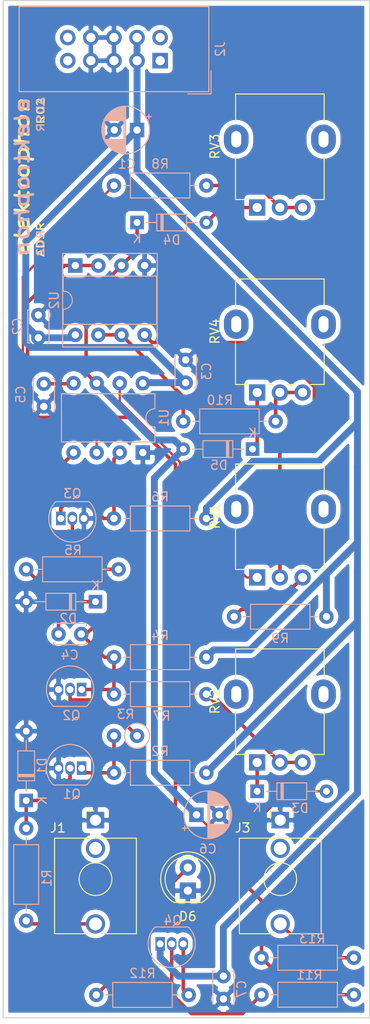
<source format=kicad_pcb>
(kicad_pcb (version 20171130) (host pcbnew 5.1.9)
  (title_block (title ADSR) (date 2019-09-22) (rev 01) (comment 1 "Original design by René Schmitz") (comment 2 "PCB for main circuit") (comment 4 "License CC BY 4.0 - Attribution 4.0 International"))
  (layers (0 F.Cu signal) (31 B.Cu signal) (34 B.Paste user) (35 F.Paste user) (36 B.SilkS user) (37 F.SilkS user) (38 B.Mask user) (39 F.Mask user) (44 Edge.Cuts user))
  (net 0 "")
  (net 1 GND)
  (net 2 +15V)
  (net 3 "Net-(C4-Pad2)")
  (net 4 "Net-(C4-Pad1)")
  (net 5 "Net-(C5-Pad2)")
  (net 6 "Net-(C6-Pad1)")
  (net 7 "Net-(D1-Pad1)")
  (net 8 "Net-(D3-Pad1)")
  (net 9 "Net-(D4-Pad2)")
  (net 10 "Net-(D5-Pad1)")
  (net 11 "Net-(D6-Pad2)")
  (net 12 "Net-(J1-PadTN)")
  (net 13 "Net-(J1-PadT)")
  (net 14 "Net-(J2-Pad10)")
  (net 15 "Net-(J2-Pad9)")
  (net 16 "Net-(J2-Pad2)")
  (net 17 "Net-(J2-Pad1)")
  (net 18 "Net-(J3-PadTN)")
  (net 19 "Net-(J3-PadT)")
  (net 20 "Net-(Q1-Pad1)")
  (net 21 "Net-(Q2-Pad2)")
  (net 22 "Net-(Q3-Pad1)")
  (net 23 "Net-(Q3-Pad2)")
  (net 24 "Net-(Q4-Pad3)")
  (net 25 "Net-(Q4-Pad2)")
  (net 26 "Net-(R7-Pad1)")
  (net 27 "Net-(R8-Pad2)")
  (net 28 "Net-(R8-Pad1)")
  (net 29 "Net-(R9-Pad1)")
  (net 30 "Net-(R10-Pad2)")
  (net 31 "Net-(R10-Pad1)")
  (net 32 "Net-(R11-Pad2)")
  (net 33 "Net-(RV1-Pad2)")
  (net 34 "Net-(RV1-Pad1)")
  (module Package_DIP:DIP-8_W7.62mm (layer B.Cu) (at 66.167 100.457 90)
    (fp_text reference U1 (at 3.81 2.33 270) (layer B.SilkS) (effects (justify mirror)))
    (fp_text value ICM7555xP)
    (pad 8 thru_hole oval (at 7.62 0 90) (size 1.6 1.6) (drill 0.8) (layers *.Cu *.Mask) (net 2 +15V))
    (pad 4 thru_hole oval (at 0 -7.62 90) (size 1.6 1.6) (drill 0.8) (layers *.Cu *.Mask) (net 3 "Net-(C4-Pad2)"))
    (pad 7 thru_hole oval (at 7.62 -2.54 90) (size 1.6 1.6) (drill 0.8) (layers *.Cu *.Mask) (net 34 "Net-(RV1-Pad1)"))
    (pad 3 thru_hole oval (at 0 -5.08 90) (size 1.6 1.6) (drill 0.8) (layers *.Cu *.Mask) (net 27 "Net-(R8-Pad2)"))
    (pad 6 thru_hole oval (at 7.62 -5.08 90) (size 1.6 1.6) (drill 0.8) (layers *.Cu *.Mask) (net 6 "Net-(C6-Pad1)"))
    (pad 2 thru_hole oval (at 0 -2.54 90) (size 1.6 1.6) (drill 0.8) (layers *.Cu *.Mask) (net 22 "Net-(Q3-Pad1)"))
    (pad 5 thru_hole oval (at 7.62 -7.62 90) (size 1.6 1.6) (drill 0.8) (layers *.Cu *.Mask) (net 5 "Net-(C5-Pad2)"))
    (pad 1 thru_hole rect (at 0 0 90) (size 1.6 1.6) (drill 0.8) (layers *.Cu *.Mask) (net 1 GND))
  )
  (module "elektrophon:elektrophon logo" (layer F.Cu) (at 53.9115 70.1675 90)
    (fp_text reference REF** hide)
    (fp_text value "elektrophon logo" hide)
    (fp_text user ADSR (at 8.84 1.02 90) (layer B.SilkS) (effects (font (size 0.8 1)) (justify left mirror)))
    (fp_text user R02 (at -8.83 1 90) (layer B.SilkS) (effects (font (size 0.8 1)) (justify right mirror)))
    (fp_text user elektrophon (at 0 -1.016 90) (layer B.SilkS) (effects (font (size 1.5 2) (thickness 0.3) italic) (justify mirror)))
    (fp_text user R02 (at 8.8 1.02 90) (layer F.SilkS) (effects (font (size 0.8 1)) (justify right)))
    (fp_text user ADSR (at -8.88 1 90) (layer F.SilkS) (effects (font (size 0.8 1)) (justify left)))
    (fp_text user elektrophon (at 0 -1.016 90) (layer F.SilkS) (effects (font (size 1.5 2) (thickness 0.3) italic)))
  )
  (module Package_TO_SOT_THT:TO-92_Inline (layer B.Cu) (at 57.15 107.696)
    (fp_text reference Q3 (at 1.27 -2.7305) (layer B.SilkS) (effects (justify mirror)))
    (fp_text value BC547)
    (pad 1 thru_hole rect (at 0 0) (size 1.05 1.5) (drill 0.75) (layers *.Cu *.Mask) (net 22 "Net-(Q3-Pad1)"))
    (pad 3 thru_hole oval (at 2.54 0) (size 1.05 1.5) (drill 0.75) (layers *.Cu *.Mask) (net 1 GND))
    (pad 2 thru_hole oval (at 1.27 0) (size 1.05 1.5) (drill 0.75) (layers *.Cu *.Mask) (net 23 "Net-(Q3-Pad2)"))
  )
  (module Capacitor_THT:C_Disc_D3.4mm_W2.1mm_P2.50mm (layer B.Cu) (at 75.03 157.98 270)
    (fp_text reference C7 (at 1.41 -2.01 90) (layer B.SilkS) (effects (justify mirror)))
    (fp_text value 100n)
    (pad 2 thru_hole circle (at 2.5 0 270) (size 1.6 1.6) (drill 0.8) (layers *.Cu *.Mask) (net 1 GND))
    (pad 1 thru_hole circle (at 0 0 270) (size 1.6 1.6) (drill 0.8) (layers *.Cu *.Mask) (net 2 +15V))
  )
  (module Capacitor_THT:C_Disc_D3.4mm_W2.1mm_P2.50mm (layer B.Cu) (at 55.28 95.4 90)
    (fp_text reference C5 (at 1.32 -2.54 270) (layer B.SilkS) (effects (justify mirror)))
    (fp_text value 10n)
    (pad 2 thru_hole circle (at 2.5 0 90) (size 1.6 1.6) (drill 0.8) (layers *.Cu *.Mask) (net 5 "Net-(C5-Pad2)"))
    (pad 1 thru_hole circle (at 0 0 90) (size 1.6 1.6) (drill 0.8) (layers *.Cu *.Mask) (net 1 GND))
  )
  (module Capacitor_THT:C_Disc_D3.4mm_W2.1mm_P2.50mm (layer B.Cu) (at 56.896 120.396)
    (fp_text reference C4 (at 1.25 2.3) (layer B.SilkS) (effects (justify mirror)))
    (fp_text value 10n)
    (pad 2 thru_hole circle (at 2.5 0) (size 1.6 1.6) (drill 0.8) (layers *.Cu *.Mask) (net 3 "Net-(C4-Pad2)"))
    (pad 1 thru_hole circle (at 0 0) (size 1.6 1.6) (drill 0.8) (layers *.Cu *.Mask) (net 4 "Net-(C4-Pad1)"))
  )
  (module Capacitor_THT:C_Disc_D3.4mm_W2.1mm_P2.50mm (layer B.Cu) (at 70.88 92.78 90)
    (fp_text reference C3 (at 1.25 2.3 270) (layer B.SilkS) (effects (justify mirror)))
    (fp_text value 0.1u)
    (pad 2 thru_hole circle (at 2.5 0 90) (size 1.6 1.6) (drill 0.8) (layers *.Cu *.Mask) (net 1 GND))
    (pad 1 thru_hole circle (at 0 0 90) (size 1.6 1.6) (drill 0.8) (layers *.Cu *.Mask) (net 2 +15V))
  )
  (module Capacitor_THT:C_Disc_D3.4mm_W2.1mm_P2.50mm (layer B.Cu) (at 54.68 85.35 270)
    (fp_text reference C2 (at 1.25 2.3 270) (layer B.SilkS) (effects (justify mirror)))
    (fp_text value 0.1u)
    (pad 2 thru_hole circle (at 2.5 0 270) (size 1.6 1.6) (drill 0.8) (layers *.Cu *.Mask) (net 2 +15V))
    (pad 1 thru_hole circle (at 0 0 270) (size 1.6 1.6) (drill 0.8) (layers *.Cu *.Mask) (net 1 GND))
  )
  (module LED_THT:LED_D5.0mm (layer F.Cu) (at 71.12 148.59 90)
    (fp_text reference D6 (at -2.83 -0.01 180) (layer F.SilkS))
    (fp_text value LED)
    (pad 2 thru_hole circle (at 2.54 0 90) (size 1.8 1.8) (drill 0.9) (layers *.Cu *.Mask) (net 11 "Net-(D6-Pad2)"))
    (pad 1 thru_hole rect (at 0 0 90) (size 1.8 1.8) (drill 0.9) (layers *.Cu *.Mask) (net 1 GND))
  )
  (module Package_DIP:DIP-8_W7.62mm_Socket (layer B.Cu) (at 58.74 79.91 270)
    (fp_text reference U2 (at 3.81 2.33 270) (layer B.SilkS) (effects (justify mirror)))
    (fp_text value LM358)
    (pad 8 thru_hole oval (at 7.62 0 270) (size 1.6 1.6) (drill 0.8) (layers *.Cu *.Mask) (net 2 +15V))
    (pad 4 thru_hole oval (at 0 -7.62 270) (size 1.6 1.6) (drill 0.8) (layers *.Cu *.Mask) (net 1 GND))
    (pad 7 thru_hole oval (at 7.62 -2.54 270) (size 1.6 1.6) (drill 0.8) (layers *.Cu *.Mask) (net 31 "Net-(R10-Pad1)"))
    (pad 3 thru_hole oval (at 0 -5.08 270) (size 1.6 1.6) (drill 0.8) (layers *.Cu *.Mask) (net 6 "Net-(C6-Pad1)"))
    (pad 6 thru_hole oval (at 7.62 -5.08 270) (size 1.6 1.6) (drill 0.8) (layers *.Cu *.Mask) (net 31 "Net-(R10-Pad1)"))
    (pad 2 thru_hole oval (at 0 -2.54 270) (size 1.6 1.6) (drill 0.8) (layers *.Cu *.Mask) (net 32 "Net-(R11-Pad2)"))
    (pad 5 thru_hole oval (at 7.62 -7.62 270) (size 1.6 1.6) (drill 0.8) (layers *.Cu *.Mask) (net 33 "Net-(RV1-Pad2)"))
    (pad 1 thru_hole rect (at 0 0 270) (size 1.6 1.6) (drill 0.8) (layers *.Cu *.Mask) (net 32 "Net-(R11-Pad2)"))
  )
  (module elektrophon:Potentiometer_Alpha_RD901F-40-00D_Single_Vertical (layer F.Cu) (at 81.28 86.36 90)
    (fp_text reference RV4 (at -0.79 -7.18 270) (layer F.SilkS))
    (fp_text value "1M LOG")
    (pad "" thru_hole oval (at 0 -4.84 180) (size 2.72 3.24) (drill oval 1.1 1.8) (layers *.Cu *.Mask))
    (pad "" thru_hole oval (at 0 4.76 180) (size 2.72 3.24) (drill oval 1.1 1.8) (layers *.Cu *.Mask))
    (pad 3 thru_hole circle (at -7.5 2.46 180) (size 1.8 1.8) (drill 1) (layers *.Cu *.Mask) (net 30 "Net-(R10-Pad2)"))
    (pad 2 thru_hole circle (at -7.5 -0.04 180) (size 1.8 1.8) (drill 1) (layers *.Cu *.Mask) (net 30 "Net-(R10-Pad2)"))
    (pad 1 thru_hole rect (at -7.5 -2.54 180) (size 1.8 1.8) (drill 1) (layers *.Cu *.Mask) (net 10 "Net-(D5-Pad1)"))
  )
  (module elektrophon:Potentiometer_Alpha_RD901F-40-00D_Single_Vertical (layer F.Cu) (at 81.28 66.04 90)
    (fp_text reference RV3 (at -0.79 -7.18 270) (layer F.SilkS))
    (fp_text value "1M LOG")
    (pad "" thru_hole oval (at 0 -4.84 180) (size 2.72 3.24) (drill oval 1.1 1.8) (layers *.Cu *.Mask))
    (pad "" thru_hole oval (at 0 4.76 180) (size 2.72 3.24) (drill oval 1.1 1.8) (layers *.Cu *.Mask))
    (pad 3 thru_hole circle (at -7.5 2.46 180) (size 1.8 1.8) (drill 1) (layers *.Cu *.Mask) (net 28 "Net-(R8-Pad1)"))
    (pad 2 thru_hole circle (at -7.5 -0.04 180) (size 1.8 1.8) (drill 1) (layers *.Cu *.Mask) (net 28 "Net-(R8-Pad1)"))
    (pad 1 thru_hole rect (at -7.5 -2.54 180) (size 1.8 1.8) (drill 1) (layers *.Cu *.Mask) (net 9 "Net-(D4-Pad2)"))
  )
  (module elektrophon:Potentiometer_Alpha_RD901F-40-00D_Single_Vertical (layer F.Cu) (at 81.28 127 90)
    (fp_text reference RV2 (at -0.79 -7.18 270) (layer F.SilkS))
    (fp_text value "1M LOG")
    (pad "" thru_hole oval (at 0 -4.84 180) (size 2.72 3.24) (drill oval 1.1 1.8) (layers *.Cu *.Mask))
    (pad "" thru_hole oval (at 0 4.76 180) (size 2.72 3.24) (drill oval 1.1 1.8) (layers *.Cu *.Mask))
    (pad 3 thru_hole circle (at -7.5 2.46 180) (size 1.8 1.8) (drill 1) (layers *.Cu *.Mask) (net 26 "Net-(R7-Pad1)"))
    (pad 2 thru_hole circle (at -7.5 -0.04 180) (size 1.8 1.8) (drill 1) (layers *.Cu *.Mask) (net 26 "Net-(R7-Pad1)"))
    (pad 1 thru_hole rect (at -7.5 -2.54 180) (size 1.8 1.8) (drill 1) (layers *.Cu *.Mask) (net 8 "Net-(D3-Pad1)"))
  )
  (module elektrophon:Potentiometer_Alpha_RD901F-40-00D_Single_Vertical (layer F.Cu) (at 81.28 106.68 90)
    (fp_text reference RV1 (at -0.79 -7.18 270) (layer F.SilkS))
    (fp_text value 10k)
    (pad "" thru_hole oval (at 0 -4.84 180) (size 2.72 3.24) (drill oval 1.1 1.8) (layers *.Cu *.Mask))
    (pad "" thru_hole oval (at 0 4.76 180) (size 2.72 3.24) (drill oval 1.1 1.8) (layers *.Cu *.Mask))
    (pad 3 thru_hole circle (at -7.5 2.46 180) (size 1.8 1.8) (drill 1) (layers *.Cu *.Mask) (net 29 "Net-(R9-Pad1)"))
    (pad 2 thru_hole circle (at -7.5 -0.04 180) (size 1.8 1.8) (drill 1) (layers *.Cu *.Mask) (net 33 "Net-(RV1-Pad2)"))
    (pad 1 thru_hole rect (at -7.5 -2.54 180) (size 1.8 1.8) (drill 1) (layers *.Cu *.Mask) (net 34 "Net-(RV1-Pad1)"))
  )
  (module Resistor_THT:R_Axial_DIN0207_L6.3mm_D2.5mm_P10.16mm_Horizontal (layer B.Cu) (at 79.212 155.956)
    (fp_text reference R13 (at 5.588 -2.086) (layer B.SilkS) (effects (justify mirror)))
    (fp_text value 1k)
    (pad 2 thru_hole oval (at 10.16 0) (size 1.6 1.6) (drill 0.8) (layers *.Cu *.Mask) (net 19 "Net-(J3-PadT)"))
    (pad 1 thru_hole circle (at 0 0) (size 1.6 1.6) (drill 0.8) (layers *.Cu *.Mask) (net 32 "Net-(R11-Pad2)"))
  )
  (module Resistor_THT:R_Axial_DIN0207_L6.3mm_D2.5mm_P10.16mm_Horizontal (layer B.Cu) (at 71.21 160.04 180)
    (fp_text reference R12 (at 5.08 2.37 180) (layer B.SilkS) (effects (justify mirror)))
    (fp_text value 2k2)
    (pad 2 thru_hole oval (at 10.16 0 180) (size 1.6 1.6) (drill 0.8) (layers *.Cu *.Mask) (net 11 "Net-(D6-Pad2)"))
    (pad 1 thru_hole circle (at 0 0 180) (size 1.6 1.6) (drill 0.8) (layers *.Cu *.Mask) (net 24 "Net-(Q4-Pad3)"))
  )
  (module Resistor_THT:R_Axial_DIN0207_L6.3mm_D2.5mm_P10.16mm_Horizontal (layer B.Cu) (at 79.212 160.02)
    (fp_text reference R11 (at 5.278 -2.18) (layer B.SilkS) (effects (justify mirror)))
    (fp_text value 10k)
    (pad 2 thru_hole oval (at 10.16 0) (size 1.6 1.6) (drill 0.8) (layers *.Cu *.Mask) (net 32 "Net-(R11-Pad2)"))
    (pad 1 thru_hole circle (at 0 0) (size 1.6 1.6) (drill 0.8) (layers *.Cu *.Mask) (net 25 "Net-(Q4-Pad2)"))
  )
  (module Resistor_THT:R_Axial_DIN0207_L6.3mm_D2.5mm_P10.16mm_Horizontal (layer B.Cu) (at 70.612 97.028)
    (fp_text reference R10 (at 4.028 -2.328) (layer B.SilkS) (effects (justify mirror)))
    (fp_text value 100)
    (pad 2 thru_hole oval (at 10.16 0) (size 1.6 1.6) (drill 0.8) (layers *.Cu *.Mask) (net 30 "Net-(R10-Pad2)"))
    (pad 1 thru_hole circle (at 0 0) (size 1.6 1.6) (drill 0.8) (layers *.Cu *.Mask) (net 31 "Net-(R10-Pad1)"))
  )
  (module Resistor_THT:R_Axial_DIN0207_L6.3mm_D2.5mm_P10.16mm_Horizontal (layer B.Cu) (at 76.2 118.49)
    (fp_text reference R9 (at 5.08 2.37) (layer B.SilkS) (effects (justify mirror)))
    (fp_text value 4k7)
    (pad 2 thru_hole oval (at 10.16 0) (size 1.6 1.6) (drill 0.8) (layers *.Cu *.Mask) (net 2 +15V))
    (pad 1 thru_hole circle (at 0 0) (size 1.6 1.6) (drill 0.8) (layers *.Cu *.Mask) (net 29 "Net-(R9-Pad1)"))
  )
  (module Resistor_THT:R_Axial_DIN0207_L6.3mm_D2.5mm_P10.16mm_Horizontal (layer B.Cu) (at 73.152 71.12 180)
    (fp_text reference R8 (at 5.08 2.37) (layer B.SilkS) (effects (justify mirror)))
    (fp_text value 100)
    (pad 2 thru_hole oval (at 10.16 0 180) (size 1.6 1.6) (drill 0.8) (layers *.Cu *.Mask) (net 27 "Net-(R8-Pad2)"))
    (pad 1 thru_hole circle (at 0 0 180) (size 1.6 1.6) (drill 0.8) (layers *.Cu *.Mask) (net 28 "Net-(R8-Pad1)"))
  )
  (module Resistor_THT:R_Axial_DIN0207_L6.3mm_D2.5mm_P10.16mm_Horizontal (layer B.Cu) (at 73.152 127 180)
    (fp_text reference R7 (at 4.912 -2.39) (layer B.SilkS) (effects (justify mirror)))
    (fp_text value 100)
    (pad 2 thru_hole oval (at 10.16 0 180) (size 1.6 1.6) (drill 0.8) (layers *.Cu *.Mask) (net 3 "Net-(C4-Pad2)"))
    (pad 1 thru_hole circle (at 0 0 180) (size 1.6 1.6) (drill 0.8) (layers *.Cu *.Mask) (net 26 "Net-(R7-Pad1)"))
  )
  (module Resistor_THT:R_Axial_DIN0207_L6.3mm_D2.5mm_P10.16mm_Horizontal (layer B.Cu) (at 73.152 107.696 180)
    (fp_text reference R6 (at 5.08 2.37 180) (layer B.SilkS) (effects (justify mirror)))
    (fp_text value 4k7)
    (pad 2 thru_hole oval (at 10.16 0 180) (size 1.6 1.6) (drill 0.8) (layers *.Cu *.Mask) (net 22 "Net-(Q3-Pad1)"))
    (pad 1 thru_hole circle (at 0 0 180) (size 1.6 1.6) (drill 0.8) (layers *.Cu *.Mask) (net 2 +15V))
  )
  (module Resistor_THT:R_Axial_DIN0207_L6.3mm_D2.5mm_P10.16mm_Horizontal (layer B.Cu) (at 63.5 113.284 180)
    (fp_text reference R5 (at 5.0165 2.0955) (layer B.SilkS) (effects (justify mirror)))
    (fp_text value 10k)
    (pad 2 thru_hole oval (at 10.16 0 180) (size 1.6 1.6) (drill 0.8) (layers *.Cu *.Mask) (net 4 "Net-(C4-Pad1)"))
    (pad 1 thru_hole circle (at 0 0 180) (size 1.6 1.6) (drill 0.8) (layers *.Cu *.Mask) (net 23 "Net-(Q3-Pad2)"))
  )
  (module Resistor_THT:R_Axial_DIN0207_L6.3mm_D2.5mm_P10.16mm_Horizontal (layer B.Cu) (at 73.152 122.936 180)
    (fp_text reference R4 (at 5.08 2.37 180) (layer B.SilkS) (effects (justify mirror)))
    (fp_text value 4k7)
    (pad 2 thru_hole oval (at 10.16 0 180) (size 1.6 1.6) (drill 0.8) (layers *.Cu *.Mask) (net 3 "Net-(C4-Pad2)"))
    (pad 1 thru_hole circle (at 0 0 180) (size 1.6 1.6) (drill 0.8) (layers *.Cu *.Mask) (net 2 +15V))
  )
  (module Resistor_THT:R_Axial_DIN0207_L6.3mm_D2.5mm_P2.54mm_Vertical (layer B.Cu) (at 65.532 131.572 180)
    (fp_text reference R3 (at 1.27 2.37) (layer B.SilkS) (effects (justify mirror)))
    (fp_text value 22k)
    (pad 2 thru_hole oval (at 2.54 0 180) (size 1.6 1.6) (drill 0.8) (layers *.Cu *.Mask) (net 20 "Net-(Q1-Pad1)"))
    (pad 1 thru_hole circle (at 0 0 180) (size 1.6 1.6) (drill 0.8) (layers *.Cu *.Mask) (net 21 "Net-(Q2-Pad2)"))
  )
  (module Resistor_THT:R_Axial_DIN0207_L6.3mm_D2.5mm_P10.16mm_Horizontal (layer B.Cu) (at 73.152 135.636 180)
    (fp_text reference R2 (at 5.08 2.37 180) (layer B.SilkS) (effects (justify mirror)))
    (fp_text value 4k7)
    (pad 2 thru_hole oval (at 10.16 0 180) (size 1.6 1.6) (drill 0.8) (layers *.Cu *.Mask) (net 20 "Net-(Q1-Pad1)"))
    (pad 1 thru_hole circle (at 0 0 180) (size 1.6 1.6) (drill 0.8) (layers *.Cu *.Mask) (net 2 +15V))
  )
  (module Resistor_THT:R_Axial_DIN0207_L6.3mm_D2.5mm_P10.16mm_Horizontal (layer B.Cu) (at 53.34 141.732 270)
    (fp_text reference R1 (at 5.488 -2.27 90) (layer B.SilkS) (effects (justify mirror)))
    (fp_text value 10k)
    (pad 2 thru_hole oval (at 10.16 0 270) (size 1.6 1.6) (drill 0.8) (layers *.Cu *.Mask) (net 13 "Net-(J1-PadT)"))
    (pad 1 thru_hole circle (at 0 0 270) (size 1.6 1.6) (drill 0.8) (layers *.Cu *.Mask) (net 7 "Net-(D1-Pad1)"))
  )
  (module Package_TO_SOT_THT:TO-92_Inline (layer B.Cu) (at 68.072 154.432)
    (fp_text reference Q4 (at 1.388 -2.572) (layer B.SilkS) (effects (justify mirror)))
    (fp_text value BC547)
    (pad 1 thru_hole rect (at 0 0) (size 1.05 1.5) (drill 0.75) (layers *.Cu *.Mask) (net 2 +15V))
    (pad 3 thru_hole oval (at 2.54 0) (size 1.05 1.5) (drill 0.75) (layers *.Cu *.Mask) (net 24 "Net-(Q4-Pad3)"))
    (pad 2 thru_hole oval (at 1.27 0) (size 1.05 1.5) (drill 0.75) (layers *.Cu *.Mask) (net 25 "Net-(Q4-Pad2)"))
  )
  (module Package_TO_SOT_THT:TO-92_Inline (layer B.Cu) (at 59.436 126.492 180)
    (fp_text reference Q2 (at 1.116 -2.838) (layer B.SilkS) (effects (justify mirror)))
    (fp_text value BC547)
    (pad 1 thru_hole rect (at 0 0 180) (size 1.05 1.5) (drill 0.75) (layers *.Cu *.Mask) (net 3 "Net-(C4-Pad2)"))
    (pad 3 thru_hole oval (at 2.54 0 180) (size 1.05 1.5) (drill 0.75) (layers *.Cu *.Mask) (net 1 GND))
    (pad 2 thru_hole oval (at 1.27 0 180) (size 1.05 1.5) (drill 0.75) (layers *.Cu *.Mask) (net 21 "Net-(Q2-Pad2)"))
  )
  (module Package_TO_SOT_THT:TO-92_Inline (layer B.Cu) (at 59.436 135.128 180)
    (fp_text reference Q1 (at 1.076 -2.852) (layer B.SilkS) (effects (justify mirror)))
    (fp_text value BC547)
    (pad 1 thru_hole rect (at 0 0 180) (size 1.05 1.5) (drill 0.75) (layers *.Cu *.Mask) (net 20 "Net-(Q1-Pad1)"))
    (pad 3 thru_hole oval (at 2.54 0 180) (size 1.05 1.5) (drill 0.75) (layers *.Cu *.Mask) (net 1 GND))
    (pad 2 thru_hole oval (at 1.27 0 180) (size 1.05 1.5) (drill 0.75) (layers *.Cu *.Mask) (net 7 "Net-(D1-Pad1)"))
  )
  (module elektrophon:Jack_3.5mm_QingPu_WQP-PJ398SM_Vertical_CircularHoles (layer F.Cu) (at 81.28 147.32)
    (fp_text reference J3 (at -4.13 -5.63) (layer F.SilkS))
    (fp_text value OUT)
    (pad TN thru_hole circle (at 0 -3.38 180) (size 2.13 2.13) (drill 1.42) (layers *.Cu *.Mask) (net 18 "Net-(J3-PadTN)"))
    (pad S thru_hole rect (at 0 -6.48 180) (size 1.93 1.83) (drill 1.22) (layers *.Cu *.Mask) (net 1 GND))
    (pad T thru_hole circle (at 0 4.92 180) (size 2.13 2.13) (drill 1.43) (layers *.Cu *.Mask) (net 19 "Net-(J3-PadT)"))
  )
  (module Connector_IDC:IDC-Header_2x05_P2.54mm_Vertical (layer B.Cu) (at 68.072 57.404 90)
    (fp_text reference J2 (at 1.27 6.604 270) (layer B.SilkS) (effects (justify mirror)))
    (fp_text value Power)
    (pad 10 thru_hole oval (at 2.54 -10.16 90) (size 1.7272 1.7272) (drill 1.016) (layers *.Cu *.Mask) (net 14 "Net-(J2-Pad10)"))
    (pad 9 thru_hole oval (at 0 -10.16 90) (size 1.7272 1.7272) (drill 1.016) (layers *.Cu *.Mask) (net 15 "Net-(J2-Pad9)"))
    (pad 8 thru_hole oval (at 2.54 -7.62 90) (size 1.7272 1.7272) (drill 1.016) (layers *.Cu *.Mask) (net 1 GND))
    (pad 7 thru_hole oval (at 0 -7.62 90) (size 1.7272 1.7272) (drill 1.016) (layers *.Cu *.Mask) (net 1 GND))
    (pad 6 thru_hole oval (at 2.54 -5.08 90) (size 1.7272 1.7272) (drill 1.016) (layers *.Cu *.Mask) (net 1 GND))
    (pad 5 thru_hole oval (at 0 -5.08 90) (size 1.7272 1.7272) (drill 1.016) (layers *.Cu *.Mask) (net 1 GND))
    (pad 4 thru_hole oval (at 2.54 -2.54 90) (size 1.7272 1.7272) (drill 1.016) (layers *.Cu *.Mask) (net 2 +15V))
    (pad 3 thru_hole oval (at 0 -2.54 90) (size 1.7272 1.7272) (drill 1.016) (layers *.Cu *.Mask) (net 2 +15V))
    (pad 2 thru_hole oval (at 2.54 0 90) (size 1.7272 1.7272) (drill 1.016) (layers *.Cu *.Mask) (net 16 "Net-(J2-Pad2)"))
    (pad 1 thru_hole rect (at 0 0 90) (size 1.7272 1.7272) (drill 1.016) (layers *.Cu *.Mask) (net 17 "Net-(J2-Pad1)"))
  )
  (module elektrophon:Jack_3.5mm_QingPu_WQP-PJ398SM_Vertical_CircularHoles (layer F.Cu) (at 60.96 147.32)
    (fp_text reference J1 (at -4.13 -5.63) (layer F.SilkS))
    (fp_text value IN)
    (pad TN thru_hole circle (at 0 -3.38 180) (size 2.13 2.13) (drill 1.42) (layers *.Cu *.Mask) (net 12 "Net-(J1-PadTN)"))
    (pad S thru_hole rect (at 0 -6.48 180) (size 1.93 1.83) (drill 1.22) (layers *.Cu *.Mask) (net 1 GND))
    (pad T thru_hole circle (at 0 4.92 180) (size 2.13 2.13) (drill 1.43) (layers *.Cu *.Mask) (net 13 "Net-(J1-PadT)"))
  )
  (module Diode_THT:D_DO-34_SOD68_P7.62mm_Horizontal (layer B.Cu) (at 78.232 100.076 180)
    (fp_text reference D5 (at 3.692 -1.774) (layer B.SilkS) (effects (justify mirror)))
    (fp_text value D)
    (fp_text user K (at 0 1.75) (layer B.SilkS) (effects (justify mirror)))
    (pad 2 thru_hole oval (at 7.62 0 180) (size 1.5 1.5) (drill 0.75) (layers *.Cu *.Mask) (net 6 "Net-(C6-Pad1)"))
    (pad 1 thru_hole rect (at 0 0 180) (size 1.5 1.5) (drill 0.75) (layers *.Cu *.Mask) (net 10 "Net-(D5-Pad1)"))
  )
  (module Diode_THT:D_DO-34_SOD68_P7.62mm_Horizontal (layer B.Cu) (at 65.532 75.184)
    (fp_text reference D4 (at 3.81 1.92) (layer B.SilkS) (effects (justify mirror)))
    (fp_text value D)
    (fp_text user K (at 0 1.75) (layer B.SilkS) (effects (justify mirror)))
    (pad 2 thru_hole oval (at 7.62 0) (size 1.5 1.5) (drill 0.75) (layers *.Cu *.Mask) (net 9 "Net-(D4-Pad2)"))
    (pad 1 thru_hole rect (at 0 0) (size 1.5 1.5) (drill 0.75) (layers *.Cu *.Mask) (net 6 "Net-(C6-Pad1)"))
  )
  (module Diode_THT:D_DO-34_SOD68_P7.62mm_Horizontal (layer B.Cu) (at 78.74 137.668)
    (fp_text reference D3 (at 4.7 1.862 180) (layer B.SilkS) (effects (justify mirror)))
    (fp_text value D)
    (fp_text user K (at 0 1.75 180) (layer B.SilkS) (effects (justify mirror)))
    (pad 2 thru_hole oval (at 7.62 0) (size 1.5 1.5) (drill 0.75) (layers *.Cu *.Mask) (net 6 "Net-(C6-Pad1)"))
    (pad 1 thru_hole rect (at 0 0) (size 1.5 1.5) (drill 0.75) (layers *.Cu *.Mask) (net 8 "Net-(D3-Pad1)"))
  )
  (module Diode_THT:D_DO-34_SOD68_P7.62mm_Horizontal (layer B.Cu) (at 60.96 116.84 180)
    (fp_text reference D2 (at 2.99 -1.84 180) (layer B.SilkS) (effects (justify mirror)))
    (fp_text value D)
    (fp_text user K (at 0 1.75 180) (layer B.SilkS) (effects (justify mirror)))
    (pad 2 thru_hole oval (at 7.62 0 180) (size 1.5 1.5) (drill 0.75) (layers *.Cu *.Mask) (net 1 GND))
    (pad 1 thru_hole rect (at 0 0 180) (size 1.5 1.5) (drill 0.75) (layers *.Cu *.Mask) (net 4 "Net-(C4-Pad1)"))
  )
  (module Diode_THT:D_DO-34_SOD68_P7.62mm_Horizontal (layer B.Cu) (at 53.34 138.684 90)
    (fp_text reference D1 (at 3.764 1.74 90) (layer B.SilkS) (effects (justify mirror)))
    (fp_text value D)
    (fp_text user K (at 0 1.75 90) (layer B.SilkS) (effects (justify mirror)))
    (pad 2 thru_hole oval (at 7.62 0 90) (size 1.5 1.5) (drill 0.75) (layers *.Cu *.Mask) (net 1 GND))
    (pad 1 thru_hole rect (at 0 0 90) (size 1.5 1.5) (drill 0.75) (layers *.Cu *.Mask) (net 7 "Net-(D1-Pad1)"))
  )
  (module Capacitor_THT:CP_Radial_D5.0mm_P2.50mm (layer B.Cu) (at 72.07 140.25)
    (fp_text reference C6 (at 1.25 3.75) (layer B.SilkS) (effects (justify mirror)))
    (fp_text value 4u7)
    (pad 2 thru_hole circle (at 2.5 0) (size 1.6 1.6) (drill 0.8) (layers *.Cu *.Mask) (net 1 GND))
    (pad 1 thru_hole rect (at 0 0) (size 1.6 1.6) (drill 0.8) (layers *.Cu *.Mask) (net 6 "Net-(C6-Pad1)"))
  )
  (module Capacitor_THT:CP_Radial_D5.0mm_P2.50mm (layer B.Cu) (at 65.532 65.024 180)
    (fp_text reference C1 (at 1.142 -3.736) (layer B.SilkS) (effects (justify mirror)))
    (fp_text value 10u)
    (pad 2 thru_hole circle (at 2.5 0 180) (size 1.6 1.6) (drill 0.8) (layers *.Cu *.Mask) (net 1 GND))
    (pad 1 thru_hole rect (at 0 0 180) (size 1.6 1.6) (drill 0.8) (layers *.Cu *.Mask) (net 2 +15V))
  )
  (gr_line (start 91.1 50.8) (end 50.8 50.8) (layer Edge.Cuts) (width 0.12))
  (gr_line (start 91.1 162.56) (end 91.1 50.8) (layer Edge.Cuts) (width 0.12))
  (gr_line (start 50.8 162.56) (end 91.1 162.56) (layer Edge.Cuts) (width 0.12))
  (gr_line (start 50.8 50.8) (end 50.8 162.56) (layer Edge.Cuts) (width 0.12))
  (segment (start 65.532 54.864) (end 65.532 57.404) (width 0.762) (layer B.Cu) (net 2))
  (segment (start 54.864 75.692) (end 56.642 73.914) (width 0.762) (layer B.Cu) (net 2))
  (segment (start 65.532 57.404) (end 65.532 65.024) (width 0.762) (layer B.Cu) (net 2))
  (segment (start 56.642 73.914) (end 65.532 65.024) (width 0.762) (layer B.Cu) (net 2))
  (segment (start 65.532 69.533882) (end 89.773001 93.774883) (width 0.762) (layer B.Cu) (net 2))
  (segment (start 65.532 65.024) (end 65.532 69.533882) (width 0.762) (layer B.Cu) (net 2))
  (segment (start 89.773001 137.883081) (end 77.760041 149.896041) (width 0.762) (layer B.Cu) (net 2))
  (segment (start 89.773001 119.014999) (end 89.773001 113.426999) (width 0.762) (layer B.Cu) (net 2))
  (segment (start 73.152 135.636) (end 89.773001 119.014999) (width 0.762) (layer B.Cu) (net 2))
  (segment (start 89.773001 113.426999) (end 89.773001 137.883081) (width 0.762) (layer B.Cu) (net 2))
  (segment (start 89.773001 110.338881) (end 89.773001 101.965001) (width 0.762) (layer B.Cu) (net 2))
  (segment (start 77.975881 122.136001) (end 89.773001 110.338881) (width 0.762) (layer B.Cu) (net 2))
  (segment (start 73.951999 122.136001) (end 77.975881 122.136001) (width 0.762) (layer B.Cu) (net 2))
  (segment (start 73.152 122.936) (end 73.951999 122.136001) (width 0.762) (layer B.Cu) (net 2))
  (segment (start 86.36 113.792) (end 89.773001 110.378999) (width 0.762) (layer B.Cu) (net 2))
  (segment (start 86.36 118.49) (end 86.36 113.792) (width 0.762) (layer B.Cu) (net 2))
  (segment (start 89.773001 101.965001) (end 89.773001 110.378999) (width 0.762) (layer B.Cu) (net 2))
  (segment (start 89.773001 110.378999) (end 89.773001 113.426999) (width 0.762) (layer B.Cu) (net 2))
  (segment (start 85.536999 101.407001) (end 89.773001 97.170999) (width 0.762) (layer B.Cu) (net 2))
  (segment (start 73.152 106.56463) (end 78.309629 101.407001) (width 0.762) (layer B.Cu) (net 2))
  (segment (start 78.309629 101.407001) (end 85.536999 101.407001) (width 0.762) (layer B.Cu) (net 2))
  (segment (start 89.773001 97.170999) (end 89.773001 101.965001) (width 0.762) (layer B.Cu) (net 2))
  (segment (start 73.152 107.696) (end 73.152 106.56463) (width 0.762) (layer B.Cu) (net 2))
  (segment (start 89.773001 93.774883) (end 89.773001 97.170999) (width 0.762) (layer B.Cu) (net 2))
  (segment (start 53.913 76.643) (end 53.298999 77.257001) (width 0.762) (layer B.Cu) (net 2))
  (segment (start 53.913 76.643) (end 56.642 73.914) (width 0.762) (layer B.Cu) (net 2))
  (segment (start 53.482999 77.073001) (end 53.913 76.643) (width 0.762) (layer B.Cu) (net 2))
  (segment (start 53.298999 86.468999) (end 53.298999 84.851001) (width 0.762) (layer B.Cu) (net 2))
  (segment (start 53.298999 77.257001) (end 53.298999 84.851001) (width 0.762) (layer B.Cu) (net 2))
  (segment (start 54.68 87.85) (end 53.298999 86.468999) (width 0.762) (layer B.Cu) (net 2))
  (segment (start 58.42 87.85) (end 58.74 87.53) (width 0.762) (layer B.Cu) (net 2))
  (segment (start 54.68 87.85) (end 58.42 87.85) (width 0.762) (layer B.Cu) (net 2))
  (segment (start 75.03 152.626082) (end 76.258041 151.398041) (width 0.762) (layer B.Cu) (net 2))
  (segment (start 75.03 157.98) (end 75.03 152.626082) (width 0.762) (layer B.Cu) (net 2))
  (segment (start 76.258041 151.398041) (end 77.760041 149.896041) (width 0.762) (layer B.Cu) (net 2))
  (segment (start 68.072 155.944) (end 68.072 154.432) (width 0.762) (layer B.Cu) (net 2))
  (segment (start 70.108 157.98) (end 68.072 155.944) (width 0.762) (layer B.Cu) (net 2))
  (segment (start 75.03 157.98) (end 70.108 157.98) (width 0.762) (layer B.Cu) (net 2))
  (segment (start 53.859001 88.911001) (end 67.011001 88.911001) (width 0.762) (layer B.Cu) (net 2))
  (segment (start 67.011001 88.911001) (end 70.88 92.78) (width 0.762) (layer B.Cu) (net 2))
  (segment (start 53.298999 88.350999) (end 53.859001 88.911001) (width 0.762) (layer B.Cu) (net 2))
  (segment (start 53.298999 84.851001) (end 53.298999 88.350999) (width 0.762) (layer B.Cu) (net 2))
  (segment (start 66.224 92.78) (end 66.167 92.837) (width 0.762) (layer B.Cu) (net 2))
  (segment (start 70.88 92.78) (end 66.224 92.78) (width 0.762) (layer B.Cu) (net 2))
  (segment (start 62.484 126.492) (end 62.992 127) (width 0.381) (layer F.Cu) (net 3))
  (segment (start 59.436 126.492) (end 62.484 126.492) (width 0.381) (layer F.Cu) (net 3))
  (segment (start 62.992 122.936) (end 62.992 127) (width 0.381) (layer F.Cu) (net 3))
  (segment (start 61.936 122.936) (end 62.992 122.936) (width 0.381) (layer F.Cu) (net 3))
  (segment (start 59.396 120.396) (end 61.936 122.936) (width 0.381) (layer F.Cu) (net 3))
  (segment (start 57.760001 101.309999) (end 58.56 100.51) (width 0.381) (layer F.Cu) (net 3))
  (segment (start 55.372 103.698) (end 57.760001 101.309999) (width 0.381) (layer F.Cu) (net 3))
  (segment (start 59.944 120.396) (end 62.738 117.602) (width 0.381) (layer F.Cu) (net 3))
  (segment (start 59.396 120.396) (end 59.944 120.396) (width 0.381) (layer F.Cu) (net 3))
  (segment (start 55.372 110.689902) (end 55.372 103.698) (width 0.381) (layer F.Cu) (net 3))
  (segment (start 59.490098 114.808) (end 55.372 110.689902) (width 0.381) (layer F.Cu) (net 3))
  (segment (start 62.738 117.602) (end 62.738 116.078) (width 0.381) (layer F.Cu) (net 3))
  (segment (start 62.738 116.078) (end 61.468 114.808) (width 0.381) (layer F.Cu) (net 3))
  (segment (start 61.468 114.808) (end 59.490098 114.808) (width 0.381) (layer F.Cu) (net 3))
  (segment (start 56.896 116.84) (end 53.34 113.284) (width 0.381) (layer F.Cu) (net 4))
  (segment (start 56.896 118.872) (end 58.928 116.84) (width 0.381) (layer F.Cu) (net 4))
  (segment (start 56.896 120.396) (end 56.896 118.872) (width 0.381) (layer F.Cu) (net 4))
  (segment (start 60.96 116.84) (end 58.928 116.84) (width 0.381) (layer F.Cu) (net 4))
  (segment (start 58.928 116.84) (end 56.896 116.84) (width 0.381) (layer F.Cu) (net 4))
  (segment (start 58.55 92.9) (end 58.56 92.89) (width 0.381) (layer F.Cu) (net 5))
  (segment (start 55.28 92.9) (end 58.55 92.9) (width 0.381) (layer F.Cu) (net 5))
  (segment (start 65.532 78.198) (end 63.82 79.91) (width 0.381) (layer F.Cu) (net 6))
  (segment (start 59.930501 91.720501) (end 60.300001 92.090001) (width 0.381) (layer F.Cu) (net 6))
  (segment (start 65.532 75.184) (end 65.532 78.198) (width 0.381) (layer F.Cu) (net 6))
  (segment (start 63.82 79.91) (end 59.930501 83.799499) (width 0.381) (layer F.Cu) (net 6))
  (segment (start 59.930501 83.799499) (end 59.930501 91.720501) (width 0.381) (layer F.Cu) (net 6))
  (segment (start 60.300001 92.090001) (end 61.1 92.89) (width 0.381) (layer F.Cu) (net 6))
  (segment (start 81.986998 137.668) (end 86.36 137.668) (width 0.25) (layer F.Cu) (net 6))
  (segment (start 78.279997 141.375001) (end 81.986998 137.668) (width 0.25) (layer F.Cu) (net 6))
  (segment (start 73.195001 141.375001) (end 78.279997 141.375001) (width 0.25) (layer F.Cu) (net 6))
  (segment (start 72.07 140.25) (end 73.195001 141.375001) (width 0.25) (layer F.Cu) (net 6))
  (segment (start 69.611999 99.075999) (end 67.325999 99.075999) (width 0.762) (layer B.Cu) (net 6))
  (segment (start 67.325999 99.075999) (end 61.087 92.837) (width 0.762) (layer B.Cu) (net 6))
  (segment (start 70.612 100.076) (end 69.611999 99.075999) (width 0.762) (layer B.Cu) (net 6))
  (segment (start 70.612 100.076) (end 67.437 103.251) (width 0.762) (layer B.Cu) (net 6))
  (segment (start 67.437 135.617) (end 72.07 140.25) (width 0.762) (layer B.Cu) (net 6))
  (segment (start 67.437 103.251) (end 67.437 135.617) (width 0.762) (layer B.Cu) (net 6))
  (segment (start 53.34 141.732) (end 53.34 138.684) (width 0.381) (layer F.Cu) (net 7))
  (segment (start 58.166 136.259) (end 58.166 135.128) (width 0.381) (layer F.Cu) (net 7))
  (segment (start 55.741 138.684) (end 58.166 136.259) (width 0.381) (layer F.Cu) (net 7))
  (segment (start 53.34 138.684) (end 55.741 138.684) (width 0.381) (layer F.Cu) (net 7))
  (segment (start 78.74 134.5) (end 78.74 137.668) (width 0.381) (layer F.Cu) (net 8))
  (segment (start 74.796 73.54) (end 73.152 75.184) (width 0.381) (layer F.Cu) (net 9))
  (segment (start 78.74 73.54) (end 74.796 73.54) (width 0.381) (layer F.Cu) (net 9))
  (segment (start 78.74 99.568) (end 78.232 100.076) (width 0.381) (layer F.Cu) (net 10))
  (segment (start 78.74 93.86) (end 78.74 99.568) (width 0.381) (layer F.Cu) (net 10))
  (segment (start 62.415501 154.754499) (end 70.220001 146.949999) (width 0.381) (layer F.Cu) (net 11))
  (segment (start 70.220001 146.949999) (end 71.12 146.05) (width 0.381) (layer F.Cu) (net 11))
  (segment (start 62.415501 158.674499) (end 62.415501 154.754499) (width 0.381) (layer F.Cu) (net 11))
  (segment (start 61.05 160.04) (end 62.415501 158.674499) (width 0.381) (layer F.Cu) (net 11))
  (segment (start 53.688 152.24) (end 53.34 151.892) (width 0.381) (layer F.Cu) (net 13))
  (segment (start 60.96 152.24) (end 53.688 152.24) (width 0.381) (layer F.Cu) (net 13))
  (segment (start 84.996 155.956) (end 81.28 152.24) (width 0.381) (layer F.Cu) (net 19))
  (segment (start 89.372 155.956) (end 84.996 155.956) (width 0.381) (layer F.Cu) (net 19))
  (segment (start 59.944 135.636) (end 59.436 135.128) (width 0.381) (layer F.Cu) (net 20))
  (segment (start 62.992 135.636) (end 59.944 135.636) (width 0.381) (layer F.Cu) (net 20))
  (segment (start 62.992 131.572) (end 62.992 135.636) (width 0.381) (layer F.Cu) (net 20))
  (segment (start 58.166 127.623) (end 58.166 126.492) (width 0.381) (layer F.Cu) (net 21))
  (segment (start 58.175501 127.632501) (end 58.166 127.623) (width 0.381) (layer F.Cu) (net 21))
  (segment (start 61.592501 127.632501) (end 58.175501 127.632501) (width 0.381) (layer F.Cu) (net 21))
  (segment (start 65.532 131.572) (end 61.592501 127.632501) (width 0.381) (layer F.Cu) (net 21))
  (segment (start 62.992 101.158) (end 63.64 100.51) (width 0.381) (layer F.Cu) (net 22))
  (segment (start 62.992 107.696) (end 62.992 101.158) (width 0.381) (layer F.Cu) (net 22))
  (segment (start 62.992 107.696) (end 61.86063 107.696) (width 0.381) (layer F.Cu) (net 22))
  (segment (start 60.08263 105.918) (end 57.797 105.918) (width 0.381) (layer F.Cu) (net 22))
  (segment (start 61.86063 107.696) (end 60.08263 105.918) (width 0.381) (layer F.Cu) (net 22))
  (segment (start 57.15 106.565) (end 57.15 107.696) (width 0.381) (layer F.Cu) (net 22))
  (segment (start 57.797 105.918) (end 57.15 106.565) (width 0.381) (layer F.Cu) (net 22))
  (segment (start 60.428575 113.284) (end 62.36863 113.284) (width 0.381) (layer F.Cu) (net 23))
  (segment (start 62.36863 113.284) (end 63.5 113.284) (width 0.381) (layer F.Cu) (net 23))
  (segment (start 58.408288 111.263712) (end 58.42 111.252) (width 0.381) (layer F.Cu) (net 23))
  (segment (start 58.408288 111.263712) (end 60.428575 113.284) (width 0.381) (layer F.Cu) (net 23))
  (segment (start 58.42 111.252) (end 58.42 107.696) (width 0.381) (layer F.Cu) (net 23))
  (segment (start 70.612 159.442) (end 71.21 160.04) (width 0.381) (layer F.Cu) (net 24))
  (segment (start 70.612 154.432) (end 70.612 159.442) (width 0.381) (layer F.Cu) (net 24))
  (segment (start 69.342 159.933942) (end 69.342 155.563) (width 0.381) (layer F.Cu) (net 25))
  (segment (start 71.508058 162.1) (end 69.342 159.933942) (width 0.381) (layer F.Cu) (net 25))
  (segment (start 77.132 162.1) (end 71.508058 162.1) (width 0.381) (layer F.Cu) (net 25))
  (segment (start 69.342 155.563) (end 69.342 154.432) (width 0.381) (layer F.Cu) (net 25))
  (segment (start 79.212 160.02) (end 77.132 162.1) (width 0.381) (layer F.Cu) (net 25))
  (segment (start 73.951999 127.799999) (end 73.152 127) (width 0.381) (layer F.Cu) (net 26))
  (segment (start 80.304407 133.600001) (end 74.504405 127.799999) (width 0.381) (layer F.Cu) (net 26))
  (segment (start 80.340001 133.600001) (end 80.304407 133.600001) (width 0.381) (layer F.Cu) (net 26))
  (segment (start 74.504405 127.799999) (end 73.951999 127.799999) (width 0.381) (layer F.Cu) (net 26))
  (segment (start 81.24 134.5) (end 80.340001 133.600001) (width 0.381) (layer F.Cu) (net 26))
  (segment (start 83.74 134.5) (end 81.24 134.5) (width 0.381) (layer F.Cu) (net 26))
  (segment (start 52.973989 81.138011) (end 62.992 71.12) (width 0.25) (layer F.Cu) (net 27))
  (segment (start 54.495027 97.10601) (end 52.973989 95.584972) (width 0.25) (layer F.Cu) (net 27))
  (segment (start 61.087 97.10601) (end 54.495027 97.10601) (width 0.25) (layer F.Cu) (net 27))
  (segment (start 52.973989 95.584972) (end 52.973989 81.138011) (width 0.25) (layer F.Cu) (net 27))
  (segment (start 61.087 100.457) (end 61.087 97.10601) (width 0.25) (layer F.Cu) (net 27))
  (segment (start 83.74 73.54) (end 81.24 73.54) (width 0.381) (layer F.Cu) (net 28))
  (segment (start 78.82 71.12) (end 73.152 71.12) (width 0.381) (layer F.Cu) (net 28))
  (segment (start 81.24 73.54) (end 78.82 71.12) (width 0.381) (layer F.Cu) (net 28))
  (segment (start 80.229999 117.690001) (end 82.840001 115.079999) (width 0.381) (layer F.Cu) (net 29))
  (segment (start 82.840001 115.079999) (end 83.74 114.18) (width 0.381) (layer F.Cu) (net 29))
  (segment (start 76.999999 117.690001) (end 80.229999 117.690001) (width 0.381) (layer F.Cu) (net 29))
  (segment (start 76.2 118.49) (end 76.999999 117.690001) (width 0.381) (layer F.Cu) (net 29))
  (segment (start 80.772 94.328) (end 81.24 93.86) (width 0.381) (layer F.Cu) (net 30))
  (segment (start 80.772 97.028) (end 80.772 94.328) (width 0.381) (layer F.Cu) (net 30))
  (segment (start 83.74 93.86) (end 81.24 93.86) (width 0.381) (layer F.Cu) (net 30))
  (segment (start 61.28 87.53) (end 63.82 87.53) (width 0.381) (layer F.Cu) (net 31))
  (segment (start 70.612 94.322) (end 70.612 97.028) (width 0.381) (layer F.Cu) (net 31))
  (segment (start 63.82 87.53) (end 70.612 94.322) (width 0.381) (layer F.Cu) (net 31))
  (segment (start 58.74 79.91) (end 61.28 79.91) (width 0.381) (layer F.Cu) (net 32))
  (segment (start 79.212 149.697) (end 76.8925 147.3775) (width 0.381) (layer F.Cu) (net 32))
  (segment (start 79.212 155.956) (end 79.212 149.697) (width 0.381) (layer F.Cu) (net 32))
  (segment (start 76.8925 147.3775) (end 78.232 148.717) (width 0.381) (layer F.Cu) (net 32))
  (segment (start 83.276 160.02) (end 79.212 155.956) (width 0.381) (layer F.Cu) (net 32))
  (segment (start 89.372 160.02) (end 83.276 160.02) (width 0.381) (layer F.Cu) (net 32))
  (segment (start 73.390558 144.1325) (end 73.6475 144.1325) (width 0.381) (layer F.Cu) (net 32))
  (segment (start 69.748193 140.490135) (end 73.390558 144.1325) (width 0.381) (layer F.Cu) (net 32))
  (segment (start 71.961499 142.446499) (end 73.6475 144.1325) (width 0.381) (layer F.Cu) (net 32))
  (segment (start 73.6475 144.1325) (end 76.8925 147.3775) (width 0.381) (layer F.Cu) (net 32))
  (segment (start 69.188193 114.061807) (end 69.748193 114.621807) (width 0.381) (layer F.Cu) (net 32))
  (segment (start 68.890488 113.764103) (end 69.188193 114.061807) (width 0.381) (layer F.Cu) (net 32))
  (segment (start 57.559 79.91) (end 58.74 79.91) (width 0.381) (layer F.Cu) (net 32))
  (segment (start 53.4895 83.9795) (end 57.559 79.91) (width 0.381) (layer F.Cu) (net 32))
  (segment (start 69.748193 101.735291) (end 69.748193 132.435807) (width 0.381) (layer F.Cu) (net 32))
  (segment (start 64.603403 96.590501) (end 69.748193 101.735291) (width 0.381) (layer F.Cu) (net 32))
  (segment (start 54.708559 96.590501) (end 64.603403 96.590501) (width 0.381) (layer F.Cu) (net 32))
  (segment (start 53.4895 95.371442) (end 54.708559 96.590501) (width 0.381) (layer F.Cu) (net 32))
  (segment (start 69.748193 114.621807) (end 69.748193 132.435807) (width 0.381) (layer F.Cu) (net 32))
  (segment (start 69.748193 132.435807) (end 69.748193 140.490135) (width 0.381) (layer F.Cu) (net 32))
  (segment (start 53.4895 92.3065) (end 53.4895 83.9795) (width 0.381) (layer F.Cu) (net 32))
  (segment (start 53.4895 95.371441) (end 53.4895 92.3065) (width 0.381) (layer F.Cu) (net 32))
  (segment (start 53.4895 92.3065) (end 53.4895 95.371442) (width 0.381) (layer F.Cu) (net 32))
  (segment (start 85.030501 95.353113) (end 81.24 99.143614) (width 0.381) (layer F.Cu) (net 33))
  (segment (start 85.030501 93.240559) (end 85.030501 95.353113) (width 0.381) (layer F.Cu) (net 33))
  (segment (start 80.160452 88.37051) (end 85.030501 93.240559) (width 0.381) (layer F.Cu) (net 33))
  (segment (start 67.20051 88.37051) (end 80.160452 88.37051) (width 0.381) (layer F.Cu) (net 33))
  (segment (start 66.36 87.53) (end 67.20051 88.37051) (width 0.381) (layer F.Cu) (net 33))
  (segment (start 81.24 99.143614) (end 81.24 114.18) (width 0.381) (layer F.Cu) (net 33))
  (segment (start 78.74 114.18) (end 77.59 114.18) (width 0.25) (layer F.Cu) (net 34))
  (segment (start 70.263704 101.52176) (end 63.627 94.885056) (width 0.25) (layer F.Cu) (net 34))
  (segment (start 63.627 94.885056) (end 63.627 92.837) (width 0.25) (layer F.Cu) (net 34))
  (segment (start 77.59 114.18) (end 70.263704 106.853704) (width 0.25) (layer F.Cu) (net 34))
  (segment (start 70.263704 106.853704) (end 70.263704 101.52176) (width 0.25) (layer F.Cu) (net 34))
  (zone (net 1) (net_name GND) (layer B.Cu) (connect_pads (clearance 0.508)) (min_thickness 0.254) (fill yes (arc_segments 32) (thermal_gap 0.508) (thermal_bridge_width 0.508))
    (polygon (pts (xy 50.82 50.78) (xy 91.06 50.78) (xy 91.11 162.54) (xy 50.8 162.53)))
  )
)
</source>
